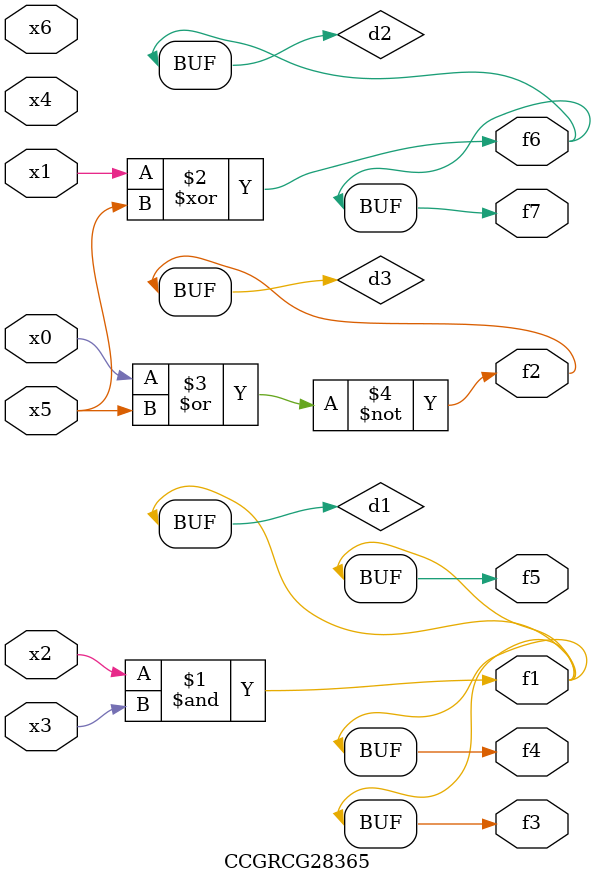
<source format=v>
module CCGRCG28365(
	input x0, x1, x2, x3, x4, x5, x6,
	output f1, f2, f3, f4, f5, f6, f7
);

	wire d1, d2, d3;

	and (d1, x2, x3);
	xor (d2, x1, x5);
	nor (d3, x0, x5);
	assign f1 = d1;
	assign f2 = d3;
	assign f3 = d1;
	assign f4 = d1;
	assign f5 = d1;
	assign f6 = d2;
	assign f7 = d2;
endmodule

</source>
